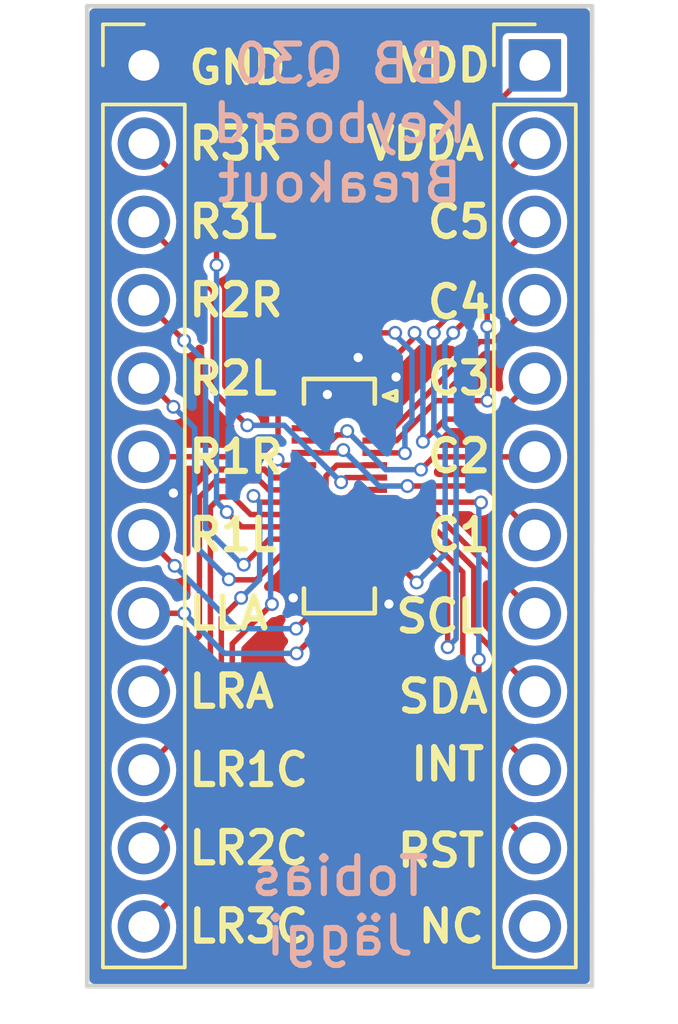
<source format=kicad_pcb>
(kicad_pcb (version 20240108) (generator "pcbnew") (generator_version "8.0")
  (layers (0 "F.Cu" signal) (31 "B.Cu" signal) (34 "B.Paste" user) (35 "F.Paste" user) (36 "B.SilkS" user "B.Silkscreen") (37 "F.SilkS" user "F.Silkscreen") (38 "B.Mask" user) (39 "F.Mask" user) (44 "Edge.Cuts" user))
  (net 0 "")
  (net 1 "VDD")
  (net 2 "GND")
  (net 3 "/COL5")
  (net 4 "/COL4")
  (net 5 "/COL3")
  (net 6 "/COL2")
  (net 7 "/COL1")
  (net 8 "/LED_ROW3C")
  (net 9 "VDDA")
  (net 10 "/LED_RA")
  (net 11 "/ROW1_L")
  (net 12 "/RST")
  (net 13 "/INT")
  (net 14 "/LED_ROW1C")
  (net 15 "/ROW3_L")
  (net 16 "/ROW2_L")
  (net 17 "/ROW3_R")
  (net 18 "/LED_ROW2C")
  (net 19 "/SCL")
  (net 20 "/LED_LA")
  (net 21 "/SDA")
  (net 22 "/ROW2_R")
  (net 23 "/ROW1_R")
  (footprint "Connectors_Hirose_extra:BM14B(0.8)-24DS-0.4V(53)" (layer "F.Cu") (at 173.99 41.895 -90)
    (property "Reference" "U1" (hide yes))
    (property "Value" "BBQ30KBD")
    (fp_line (start -3.8 1.15) (end -3.8 -1.15) (stroke (width 0.15)) (layer "F.SilkS"))
    (fp_line (start -3 1.15) (end -3.8 1.15) (stroke (width 0.15)) (layer "F.SilkS"))
    (fp_line (start 3.8 1.15) (end 3 1.15) (stroke (width 0.15)) (layer "F.SilkS"))
    (fp_line (start -3.8 -1.15) (end -3 -1.15) (stroke (width 0.15)) (layer "F.SilkS"))
    (fp_line (start 3 -1.15) (end 3.8 -1.15) (stroke (width 0.15)) (layer "F.SilkS"))
    (fp_line (start 3.8 -1.15) (end 3.8 1.15) (stroke (width 0.15)) (layer "F.SilkS"))
    (fp_line (start -3.25 -1.45) (end -3.4 -1.85) (stroke (width 0.15)) (layer "F.SilkS"))
    (fp_line (start -3.4 -1.85) (end -3.1 -1.85) (stroke (width 0.15)) (layer "F.SilkS"))
    (fp_line (start -3.1 -1.85) (end -3.25 -1.45) (stroke (width 0.15)) (layer "F.SilkS"))
    (pad "1" smd rect (at -2.7 -1.15 270) (size 0.4 0.8) (layers "F.Cu" "F.Paste" "F.Mask") (net 2 "GND"))
    (pad "2" smd rect (at -2.2 -1.15 270) (size 0.2 0.8) (layers "F.Cu" "F.Paste" "F.Mask") (net 4 "/COL4"))
    (pad "3" smd rect (at -1.8 -1.15 270) (size 0.2 0.8) (layers "F.Cu" "F.Paste" "F.Mask") (net 3 "/COL5"))
    (pad "4" smd rect (at -1.4 -1.15 270) (size 0.2 0.8) (layers "F.Cu" "F.Paste" "F.Mask") (net 23 "/ROW1_R"))
    (pad "5" smd rect (at -1 -1.15 270) (size 0.2 0.8) (layers "F.Cu" "F.Paste" "F.Mask") (net 11 "/ROW1_L"))
    (pad "6" smd rect (at -0.6 -1.15 270) (size 0.2 0.8) (layers "F.Cu" "F.Paste" "F.Mask") (net 15 "/ROW3_L"))
    (pad "7" smd rect (at -0.2 -1.15 270) (size 0.2 0.8) (layers "F.Cu" "F.Paste" "F.Mask") (net 20 "/LED_LA"))
    (pad "8" smd rect (at 0.2 -1.15 270) (size 0.2 0.8) (layers "F.Cu" "F.Paste" "F.Mask") (net 13 "/INT"))
    (pad "9" smd rect (at 0.6 -1.15 270) (size 0.2 0.8) (layers "F.Cu" "F.Paste" "F.Mask") (net 19 "/SCL"))
    (pad "10" smd rect (at 1 -1.15 270) (size 0.2 0.8) (layers "F.Cu" "F.Paste" "F.Mask") (net 21 "/SDA"))
    (pad "11" smd rect (at 1.4 -1.15 270) (size 0.2 0.8) (layers "F.Cu" "F.Paste" "F.Mask") (net 12 "/RST"))
    (pad "12" smd rect (at 1.8 -1.15 270) (size 0.2 0.8) (layers "F.Cu" "F.Paste" "F.Mask") (net 9 "VDDA"))
    (pad "13" smd rect (at 2.2 -1.15 270) (size 0.2 0.8) (layers "F.Cu" "F.Paste" "F.Mask") (net 1 "VDD"))
    (pad "14" smd rect (at 2.7 -1.15 270) (size 0.4 0.8) (layers "F.Cu" "F.Paste" "F.Mask") (net 2 "GND"))
    (pad "15" smd rect (at 2.7 1.15 270) (size 0.4 0.8) (layers "F.Cu" "F.Paste" "F.Mask") (net 2 "GND"))
    (pad "16" smd rect (at 2.2 1.15 270) (size 0.2 0.8) (layers "F.Cu" "F.Paste" "F.Mask") (net 2 "GND"))
    (pad "17" smd rect (at 1.8 1.15 270) (size 0.2 0.8) (layers "F.Cu" "F.Paste" "F.Mask") (net 16 "/ROW2_L"))
    (pad "18" smd rect (at 1.4 1.15 270) (size 0.2 0.8) (layers "F.Cu" "F.Paste" "F.Mask") (net 22 "/ROW2_R"))
    (pad "19" smd rect (at 1 1.15 270) (size 0.2 0.8) (layers "F.Cu" "F.Paste" "F.Mask") (net 17 "/ROW3_R"))
    (pad "20" smd rect (at 0.6 1.15 270) (size 0.2 0.8) (layers "F.Cu" "F.Paste" "F.Mask") (net 14 "/LED_ROW1C"))
    (pad "21" smd rect (at 0.2 1.15 270) (size 0.2 0.8) (layers "F.Cu" "F.Paste" "F.Mask") (net 18 "/LED_ROW2C"))
    (pad "22" smd rect (at -0.2 1.15 270) (size 0.2 0.8) (layers "F.Cu" "F.Paste" "F.Mask") (net 10 "/LED_RA"))
    (pad "23" smd rect (at -0.6 1.15 270) (size 0.2 0.8) (layers "F.Cu" "F.Paste" "F.Mask") (net 2 "GND"))
    (pad "24" smd rect (at -1 1.15 270) (size 0.2 0.8) (layers "F.Cu" "F.Paste" "F.Mask") (net 8 "/LED_ROW3C"))
    (pad "25" smd rect (at -1.4 1.15 270) (size 0.2 0.8) (layers "F.Cu" "F.Paste" "F.Mask") (net 7 "/COL1"))
    (pad "26" smd rect (at -1.8 1.15 270) (size 0.2 0.8) (layers "F.Cu" "F.Paste" "F.Mask") (net 6 "/COL2"))
    (pad "27" smd rect (at -2.2 1.15 270) (size 0.2 0.8) (layers "F.Cu" "F.Paste" "F.Mask") (net 5 "/COL3"))
    (pad "28" smd rect (at -2.7 1.15 270) (size 0.4 0.8) (layers "F.Cu" "F.Paste" "F.Mask") (net 2 "GND"))
  )
  (footprint "Connector_PinHeader_2.54mm:PinHeader_1x12_P2.54mm_Vertical" (layer "F.Cu") (at 180.34 27.92)
    (property "Reference" "J3" (hide yes))
    (property "Value" "Conn_01x12")
    (fp_line (start -1.33 -1.33) (end 0 -1.33) (stroke (width 0.12)) (layer "F.SilkS"))
    (fp_line (start -1.33 0) (end -1.33 -1.33) (stroke (width 0.12)) (layer "F.SilkS"))
    (fp_line (start -1.33 1.27) (end -1.33 29.27) (stroke (width 0.12)) (layer "F.SilkS"))
    (fp_line (start -1.33 1.27) (end 1.33 1.27) (stroke (width 0.12)) (layer "F.SilkS"))
    (fp_line (start -1.33 29.27) (end 1.33 29.27) (stroke (width 0.12)) (layer "F.SilkS"))
    (fp_line (start 1.33 1.27) (end 1.33 29.27) (stroke (width 0.12)) (layer "F.SilkS"))
    (pad "1" thru_hole rect (at 0 0) (size 1.7 1.7) (drill 1) (layers "*.Cu" "*.Mask") (net 1 "VDD"))
    (pad "2" thru_hole oval (at 0 2.54) (size 1.7 1.7) (drill 1) (layers "*.Cu" "*.Mask") (net 9 "VDDA"))
    (pad "3" thru_hole oval (at 0 5.08) (size 1.7 1.7) (drill 1) (layers "*.Cu" "*.Mask") (net 3 "/COL5"))
    (pad "4" thru_hole oval (at 0 7.62) (size 1.7 1.7) (drill 1) (layers "*.Cu" "*.Mask") (net 4 "/COL4"))
    (pad "5" thru_hole oval (at 0 10.16) (size 1.7 1.7) (drill 1) (layers "*.Cu" "*.Mask") (net 5 "/COL3"))
    (pad "6" thru_hole oval (at 0 12.7) (size 1.7 1.7) (drill 1) (layers "*.Cu" "*.Mask") (net 6 "/COL2"))
    (pad "7" thru_hole oval (at 0 15.24) (size 1.7 1.7) (drill 1) (layers "*.Cu" "*.Mask") (net 7 "/COL1"))
    (pad "8" thru_hole oval (at 0 17.78) (size 1.7 1.7) (drill 1) (layers "*.Cu" "*.Mask") (net 19 "/SCL"))
    (pad "9" thru_hole oval (at 0 20.32) (size 1.7 1.7) (drill 1) (layers "*.Cu" "*.Mask") (net 21 "/SDA"))
    (pad "10" thru_hole oval (at 0 22.86) (size 1.7 1.7) (drill 1) (layers "*.Cu" "*.Mask") (net 13 "/INT"))
    (pad "11" thru_hole oval (at 0 25.4) (size 1.7 1.7) (drill 1) (layers "*.Cu" "*.Mask") (net 12 "/RST"))
    (pad "12" thru_hole oval (at 0 27.94) (size 1.7 1.7) (drill 1) (layers "*.Cu" "*.Mask"))
  )
  (footprint "Connector_PinHeader_2.54mm:PinHeader_1x12_P2.54mm_Vertical" (layer "F.Cu") (at 167.64 27.92)
    (property "Reference" "J1" (hide yes))
    (property "Value" "Conn_01x12")
    (fp_line (start -1.33 -1.33) (end 0 -1.33) (stroke (width 0.12)) (layer "F.SilkS"))
    (fp_line (start -1.33 0) (end -1.33 -1.33) (stroke (width 0.12)) (layer "F.SilkS"))
    (fp_line (start -1.33 1.27) (end -1.33 29.27) (stroke (width 0.12)) (layer "F.SilkS"))
    (fp_line (start -1.33 1.27) (end 1.33 1.27) (stroke (width 0.12)) (layer "F.SilkS"))
    (fp_line (start -1.33 29.27) (end 1.33 29.27) (stroke (width 0.12)) (layer "F.SilkS"))
    (fp_line (start 1.33 1.27) (end 1.33 29.27) (stroke (width 0.12)) (layer "F.SilkS"))
    (pad "1" thru_hole rect (at 0 0) (size 1.7 1.7) (drill 1) (layers "*.Cu" "*.Mask") (net 2 "GND"))
    (pad "2" thru_hole oval (at 0 2.54) (size 1.7 1.7) (drill 1) (layers "*.Cu" "*.Mask") (net 17 "/ROW3_R"))
    (pad "3" thru_hole oval (at 0 5.08) (size 1.7 1.7) (drill 1) (layers "*.Cu" "*.Mask") (net 15 "/ROW3_L"))
    (pad "4" thru_hole oval (at 0 7.62) (size 1.7 1.7) (drill 1) (layers "*.Cu" "*.Mask") (net 22 "/ROW2_R"))
    (pad "5" thru_hole oval (at 0 10.16) (size 1.7 1.7) (drill 1) (layers "*.Cu" "*.Mask") (net 16 "/ROW2_L"))
    (pad "6" thru_hole oval (at 0 12.7) (size 1.7 1.7) (drill 1) (layers "*.Cu" "*.Mask") (net 23 "/ROW1_R"))
    (pad "7" thru_hole oval (at 0 15.24) (size 1.7 1.7) (drill 1) (layers "*.Cu" "*.Mask") (net 11 "/ROW1_L"))
    (pad "8" thru_hole oval (at 0 17.78) (size 1.7 1.7) (drill 1) (layers "*.Cu" "*.Mask") (net 20 "/LED_LA"))
    (pad "9" thru_hole oval (at 0 20.32) (size 1.7 1.7) (drill 1) (layers "*.Cu" "*.Mask") (net 10 "/LED_RA"))
    (pad "10" thru_hole oval (at 0 22.86) (size 1.7 1.7) (drill 1) (layers "*.Cu" "*.Mask") (net 14 "/LED_ROW1C"))
    (pad "11" thru_hole oval (at 0 25.4) (size 1.7 1.7) (drill 1) (layers "*.Cu" "*.Mask") (net 18 "/LED_ROW2C"))
    (pad "12" thru_hole oval (at 0 27.94) (size 1.7 1.7) (drill 1) (layers "*.Cu" "*.Mask") (net 8 "/LED_ROW3C"))
  )
  (gr_line (start 182.2 26) (end 182.1975 57.8) (stroke (width 0.15)) (layer "Edge.Cuts"))
  (gr_line (start 182.1975 57.8) (end 165.8 57.8) (stroke (width 0.15)) (layer "Edge.Cuts"))
  (gr_line (start 165.8 26) (end 182.2 26) (stroke (width 0.15)) (layer "Edge.Cuts"))
  (gr_line (start 165.8 57.8) (end 165.8 26) (stroke (width 0.15)) (layer "Edge.Cuts"))
  (gr_text "Tobias\nJäggi" (at 174 55.2 0) (layer "B.SilkS") (effects (font (size 1.2 1.2) (thickness 0.2) (bold yes)) (justify mirror)))
  (gr_text "BB Q30\nKeyboard\nBreakout\n" (at 174 29.8 0) (layer "B.SilkS") (effects (font (size 1.2 1.2) (thickness 0.2) (bold yes)) (justify mirror)))
  (gr_text "R3R" (at 169 30.46 0) (layer "F.SilkS") (effects (font (size 1.016 1.016) (thickness 0.2032)) (justify left)))
  (gr_text "GND" (at 169 28 0) (layer "F.SilkS") (effects (font (size 1.016 1.016) (thickness 0.2032)) (justify left)))
  (gr_text "LR3C" (at 169 55.86 0) (layer "F.SilkS") (effects (font (size 1.016 1.016) (thickness 0.2032)) (justify left)))
  (gr_text "LLA" (at 169 45.7 0) (layer "F.SilkS") (effects (font (size 1.016 1.016) (thickness 0.2032)) (justify left)))
  (gr_text "SDA" (at 175.8 48.4 0) (layer "F.SilkS") (effects (font (size 1.016 1.016) (thickness 0.2032)) (justify left)))
  (gr_text "INT" (at 178.8 50.6 0) (layer "F.SilkS") (effects (font (size 1.016 1.016) (thickness 0.2032)) (justify right)))
  (gr_text "SCL" (at 178.8 45.8 0) (layer "F.SilkS") (effects (font (size 1.016 1.016) (thickness 0.2032)) (justify right)))
  (gr_text "R3L" (at 169 33 0) (layer "F.SilkS") (effects (font (size 1.016 1.016) (thickness 0.2032)) (justify left)))
  (gr_text "R1L" (at 169 43.16 0) (layer "F.SilkS") (effects (font (size 1.016 1.016) (thickness 0.2032)) (justify left)))
  (gr_text "LR2C" (at 169 53.32 0) (layer "F.SilkS") (effects (font (size 1.016 1.016) (thickness 0.2032)) (justify left)))
  (gr_text "R2L" (at 169 38.08 0) (layer "F.SilkS") (effects (font (size 1.016 1.016) (thickness 0.2032)) (justify left)))
  (gr_text "C3" (at 179 38.08 0) (layer "F.SilkS") (effects (font (size 1.016 1.016) (thickness 0.2032)) (justify right)))
  (gr_text "C4" (at 179 35.6 0) (layer "F.SilkS") (effects (font (size 1.016 1.016) (thickness 0.2032)) (justify right)))
  (gr_text "C1" (at 179 43.16 0) (layer "F.SilkS") (effects (font (size 1.016 1.016) (thickness 0.2032)) (justify right)))
  (gr_text "VDDA" (at 178.8 30.46 0) (layer "F.SilkS") (effects (font (size 1.016 1.016) (thickness 0.2032)) (justify right)))
  (gr_text "LR1C" (at 169 50.78 0) (layer "F.SilkS") (effects (font (size 1.016 1.016) (thickness 0.2032)) (justify left)))
  (gr_text "R1R" (at 169 40.62 0) (layer "F.SilkS") (effects (font (size 1.016 1.016) (thickness 0.2032)) (justify left)))
  (gr_text "R2R" (at 169 35.54 0) (layer "F.SilkS") (effects (font (size 1.016 1.016) (thickness 0.2032)) (justify left)))
  (gr_text "C2" (at 179 40.6 0) (layer "F.SilkS") (effects (font (size 1.016 1.016) (thickness 0.2032)) (justify right)))
  (gr_text "NC" (at 178.8 55.86 0) (layer "F.SilkS") (effects (font (size 1.016 1.016) (thickness 0.2032)) (justify right)))
  (gr_text "LRA" (at 169 48.24 0) (layer "F.SilkS") (effects (font (size 1.016 1.016) (thickness 0.2032)) (justify left)))
  (gr_text "VDD" (at 179 27.92 0) (layer "F.SilkS") (effects (font (size 1.016 1.016) (thickness 0.2032)) (justify right)))
  (gr_text "C5" (at 179 33 0) (layer "F.SilkS") (effects (font (size 1.016 1.016) (thickness 0.2032)) (justify right)))
  (gr_text "RST" (at 178.8 53.4 0) (layer "F.SilkS") (effects (font (size 1.016 1.016) (thickness 0.2032)) (justify right)))
  (segment (start 177.059054 36.532434) (end 178.081115 35.510373) (width 0.1778) (layer "F.Cu") (net 1))
  (segment (start 175.895 44.095) (end 175.14 44.095) (width 0.1778) (layer "F.Cu") (net 1))
  (segment (start 178.081115 30.178885) (end 180.34 27.92) (width 0.1778) (layer "F.Cu") (net 1))
  (segment (start 176.5 44.7) (end 175.895 44.095) (width 0.1778) (layer "F.Cu") (net 1))
  (segment (start 178.081115 35.510373) (end 178.081115 30.178885) (width 0.1778) (layer "F.Cu") (net 1))
  (segment (start 177.059054 36.6) (end 177.059054 36.532434) (width 0.1778) (layer "F.Cu") (net 1))
  (via (at 176.5 44.7) (size 0.45) (drill 0.3) (layers "F.Cu" "B.Cu") (net 1))
  (via (at 177.059054 36.6) (size 0.45) (drill 0.3) (layers "F.Cu" "B.Cu") (net 1))
  (segment (start 177.059054 39.792759) (end 177.059054 36.6) (width 0.1778) (layer "B.Cu") (net 1))
  (segment (start 177.426472 43.773528) (end 177.426472 40.160177) (width 0.1778) (layer "B.Cu") (net 1))
  (segment (start 176.5 44.7) (end 177.426472 43.773528) (width 0.1778) (layer "B.Cu") (net 1))
  (segment (start 177.426472 40.160177) (end 177.059054 39.792759) (width 0.1778) (layer "B.Cu") (net 1))
  (segment (start 171.555561 41.0333) (end 169.3667 41.0333) (width 0.2) (layer "F.Cu") (net 2))
  (segment (start 171.817261 41.295) (end 171.555561 41.0333) (width 0.2) (layer "F.Cu") (net 2))
  (segment (start 172.84 41.295) (end 171.817261 41.295) (width 0.2) (layer "F.Cu") (net 2))
  (segment (start 172.84 44.095) (end 172.84 44.595) (width 0.2) (layer "F.Cu") (net 2))
  (segment (start 169.3667 41.0333) (end 168.6 41.8) (width 0.2) (layer "F.Cu") (net 2))
  (via (at 174.6 37.4) (size 0.45) (drill 0.3) (layers "F.Cu" "B.Cu") (net 2))
  (via (at 168.6 41.8) (size 0.45) (drill 0.3) (layers "F.Cu" "B.Cu") (net 2))
  (via (at 172.4917 45.2) (size 0.45) (drill 0.3) (layers "F.Cu" "B.Cu") (net 2))
  (via (at 173.6 38.6) (size 0.45) (drill 0.3) (layers "F.Cu" "B.Cu") (net 2))
  (via (at 175.831885 38.031885) (size 0.45) (drill 0.3) (layers "F.Cu" "B.Cu") (net 2))
  (via (at 175.6 45.4) (size 0.45) (drill 0.3) (layers "F.Cu" "B.Cu") (net 2))
  (segment (start 177.142894 38.8) (end 175.847894 40.095) (width 0.1778) (layer "F.Cu") (net 3))
  (segment (start 178.8 38.8) (end 177.142894 38.8) (width 0.1778) (layer "F.Cu") (net 3))
  (segment (start 178.792315 34.547685) (end 180.34 33) (width 0.1778) (layer "F.Cu") (net 3))
  (segment (start 178.792315 36.392315) (end 178.792315 34.547685) (width 0.1778) (layer "F.Cu") (net 3))
  (segment (start 175.847894 40.095) (end 175.14 40.095) (width 0.1778) (layer "F.Cu") (net 3))
  (via (at 178.8 38.8) (size 0.45) (drill 0.3) (layers "F.Cu" "B.Cu") (net 3))
  (via (at 178.792315 36.392315) (size 0.45) (drill 0.3) (layers "F.Cu" "B.Cu") (net 3))
  (segment (start 178.8 38.8) (end 178.792315 38.792315) (width 0.1778) (layer "B.Cu") (net 3))
  (segment (start 178.792315 38.792315) (end 178.792315 36.392315) (width 0.1778) (layer "B.Cu") (net 3))
  (segment (start 175.745 39.695) (end 175.14 39.695) (width 0.1778) (layer "F.Cu") (net 4))
  (segment (start 180.34 35.54) (end 179.9 35.54) (width 0.1778) (layer "F.Cu") (net 4))
  (segment (start 178.995984 36.884015) (end 178.555985 36.884015) (width 0.1778) (layer "F.Cu") (net 4))
  (segment (start 179.9 35.54) (end 179.9 35.979999) (width 0.1778) (layer "F.Cu") (net 4))
  (segment (start 178.555985 36.884015) (end 175.745 39.695) (width 0.1778) (layer "F.Cu") (net 4))
  (segment (start 179.9 35.979999) (end 178.995984 36.884015) (width 0.1778) (layer "F.Cu") (net 4))
  (segment (start 173.4734 39.695) (end 172.84 39.695) (width 0.1778) (layer "F.Cu") (net 5))
  (segment (start 176.431251 36.737149) (end 173.4734 39.695) (width 0.1778) (layer "F.Cu") (net 5))
  (segment (start 176.703454 40.132528) (end 177.435982 39.4) (width 0.1778) (layer "F.Cu") (net 5))
  (segment (start 179.02 39.4) (end 180.34 38.08) (width 0.1778) (layer "F.Cu") (net 5))
  (segment (start 176.431251 36.6) (end 176.431251 36.737149) (width 0.1778) (layer "F.Cu") (net 5))
  (segment (start 177.435982 39.4) (end 179.02 39.4) (width 0.1778) (layer "F.Cu") (net 5))
  (via (at 176.431251 36.6) (size 0.45) (drill 0.3) (layers "F.Cu" "B.Cu") (net 5))
  (via (at 176.703454 40.132528) (size 0.45) (drill 0.3) (layers "F.Cu" "B.Cu") (net 5))
  (segment (start 176.431251 36.667566) (end 176.431251 36.6) (width 0.1778) (layer "B.Cu") (net 5))
  (segment (start 176.703454 36.939769) (end 176.431251 36.667566) (width 0.1778) (layer "B.Cu") (net 5))
  (segment (start 176.703454 40.132528) (end 176.703454 36.939769) (width 0.1778) (layer "B.Cu") (net 5))
  (segment (start 176.6392 41.0392) (end 177.055627 40.622773) (width 0.1778) (layer "F.Cu") (net 6))
  (segment (start 180.337227 40.622773) (end 180.34 40.62) (width 0.1778) (layer "F.Cu") (net 6))
  (segment (start 173.912918 39.9116) (end 173.729518 40.095) (width 0.1778) (layer "F.Cu") (net 6))
  (segment (start 177.055627 40.622773) (end 180.337227 40.622773) (width 0.1778) (layer "F.Cu") (net 6))
  (segment (start 174.120651 39.9116) (end 173.912918 39.9116) (width 0.1778) (layer "F.Cu") (net 6))
  (segment (start 173.729518 40.095) (end 172.84 40.095) (width 0.1778) (layer "F.Cu") (net 6))
  (segment (start 174.243742 39.788509) (end 174.120651 39.9116) (width 0.1778) (layer "F.Cu") (net 6))
  (via (at 176.6392 41.0392) (size 0.45) (drill 0.3) (layers "F.Cu" "B.Cu") (net 6))
  (via (at 174.243742 39.788509) (size 0.45) (drill 0.3) (layers "F.Cu" "B.Cu") (net 6))
  (segment (start 175.494433 41.0392) (end 174.243742 39.788509) (width 0.1778) (layer "B.Cu") (net 6))
  (segment (start 176.6392 41.0392) (end 175.494433 41.0392) (width 0.1778) (layer "B.Cu") (net 6))
  (segment (start 174.024887 40.495) (end 172.84 40.495) (width 0.1778) (layer "F.Cu") (net 7))
  (segment (start 178.7501 41.5701) (end 180.34 43.16) (width 0.1778) (layer "F.Cu") (net 7))
  (segment (start 174.116587 40.4033) (end 174.024887 40.495) (width 0.1778) (layer "F.Cu") (net 7))
  (segment (start 176.2 41.5701) (end 178.7501 41.5701) (width 0.1778) (layer "F.Cu") (net 7))
  (via (at 174.116587 40.4033) (size 0.45) (drill 0.3) (layers "F.Cu" "B.Cu") (net 7))
  (via (at 176.2 41.5701) (size 0.45) (drill 0.3) (layers "F.Cu" "B.Cu") (net 7))
  (segment (start 176.2 41.5701) (end 175.283387 41.5701) (width 0.1778) (layer "B.Cu") (net 7))
  (segment (start 175.283387 41.5701) (end 174.116587 40.4033) (width 0.1778) (layer "B.Cu") (net 7))
  (segment (start 170.5112 46.6888) (end 170.5112 52.9888) (width 0.1778) (layer "F.Cu") (net 8))
  (segment (start 171.8 45.4) (end 170.5112 46.6888) (width 0.1778) (layer "F.Cu") (net 8))
  (segment (start 170.5112 52.9888) (end 167.64 55.86) (width 0.1778) (layer "F.Cu") (net 8))
  (segment (start 172.169532 40.895) (end 172.84 40.895) (width 0.1778) (layer "F.Cu") (net 8))
  (segment (start 171.984951 40.710419) (end 172.169532 40.895) (width 0.1778) (layer "F.Cu") (net 8))
  (via (at 171.8 45.4) (size 0.45) (drill 0.3) (layers "F.Cu" "B.Cu") (net 8))
  (via (at 171.984951 40.710419) (size 0.45) (drill 0.3) (layers "F.Cu" "B.Cu") (net 8))
  (segment (start 171.7556 40.93977) (end 171.984951 40.710419) (width 0.1778) (layer "B.Cu") (net 8))
  (segment (start 171.7556 45.3556) (end 171.7556 40.93977) (width 0.1778) (layer "B.Cu") (net 8))
  (segment (start 171.8 45.4) (end 171.7556 45.3556) (width 0.1778) (layer "B.Cu") (net 8))
  (segment (start 178.436715 35.850142) (end 178.436715 32.363285) (width 0.1778) (layer "F.Cu") (net 9))
  (segment (start 176.826318 43.695) (end 175.14 43.695) (width 0.1778) (layer "F.Cu") (net 9))
  (segment (start 178.436715 32.363285) (end 180.34 30.46) (width 0.1778) (layer "F.Cu") (net 9))
  (segment (start 177.5083 44.376982) (end 176.826318 43.695) (width 0.1778) (layer "F.Cu") (net 9))
  (segment (start 177.5083 46.8) (end 177.5083 44.376982) (width 0.1778) (layer "F.Cu") (net 9))
  (segment (start 177.686857 36.6) (end 178.436715 35.850142) (width 0.1778) (layer "F.Cu") (net 9))
  (via (at 177.5083 46.8) (size 0.45) (drill 0.3) (layers "F.Cu" "B.Cu") (net 9))
  (via (at 177.686857 36.6) (size 0.45) (drill 0.3) (layers "F.Cu" "B.Cu") (net 9))
  (segment (start 177.5083 46.8) (end 177.782072 46.526228) (width 0.1778) (layer "B.Cu") (net 9))
  (segment (start 177.414654 36.939769) (end 177.686857 36.667566) (width 0.1778) (layer "B.Cu") (net 9))
  (segment (start 177.414654 39.645465) (end 177.414654 36.939769) (width 0.1778) (layer "B.Cu") (net 9))
  (segment (start 177.782072 40.012883) (end 177.414654 39.645465) (width 0.1778) (layer "B.Cu") (net 9))
  (segment (start 177.686857 36.667566) (end 177.686857 36.6) (width 0.1778) (layer "B.Cu") (net 9))
  (segment (start 177.782072 46.526228) (end 177.782072 40.012883) (width 0.1778) (layer "B.Cu") (net 9))
  (segment (start 169.4444 41.931757) (end 169.976157 41.4) (width 0.1778) (layer "F.Cu") (net 10))
  (segment (start 167.64 48.24) (end 169.4444 46.4356) (width 0.1778) (layer "F.Cu") (net 10))
  (segment (start 171.403669 41.4) (end 171.6917 41.688031) (width 0.1778) (layer "F.Cu") (net 10))
  (segment (start 171.6917 41.695) (end 172.84 41.695) (width 0.1778) (layer "F.Cu") (net 10))
  (segment (start 169.976157 41.4) (end 171.403669 41.4) (width 0.1778) (layer "F.Cu") (net 10))
  (segment (start 171.6917 41.688031) (end 171.6917 41.695) (width 0.1778) (layer "F.Cu") (net 10))
  (segment (start 169.4444 46.4356) (end 169.4444 41.931757) (width 0.1778) (layer "F.Cu") (net 10))
  (segment (start 173.555985 45.229238) (end 173.555985 41.244015) (width 0.1778) (layer "F.Cu") (net 11))
  (segment (start 173.555985 41.244015) (end 173.905 40.895) (width 0.1778) (layer "F.Cu") (net 11))
  (segment (start 173.905 40.895) (end 175.14 40.895) (width 0.1778) (layer "F.Cu") (net 11))
  (segment (start 168.64 44.16) (end 167.64 43.16) (width 0.1778) (layer "F.Cu") (net 11))
  (segment (start 172.585223 46.2) (end 173.555985 45.229238) (width 0.1778) (layer "F.Cu") (net 11))
  (via (at 172.585223 46.2) (size 0.45) (drill 0.3) (layers "F.Cu" "B.Cu") (net 11))
  (via (at 168.64 44.16) (size 0.45) (drill 0.3) (layers "F.Cu" "B.Cu") (net 11))
  (segment (start 168.64 44.16) (end 170.68 46.2) (width 0.1778) (layer "B.Cu") (net 11))
  (segment (start 170.68 46.2) (end 172.585223 46.2) (width 0.1778) (layer "B.Cu") (net 11))
  (segment (start 180.34 53.32) (end 178 50.98) (width 0.1778) (layer "F.Cu") (net 12))
  (segment (start 178 44.365788) (end 176.929212 43.295) (width 0.1778) (layer "F.Cu") (net 12))
  (segment (start 176.929212 43.295) (end 175.14 43.295) (width 0.1778) (layer "F.Cu") (net 12))
  (segment (start 178 50.98) (end 178 44.365788) (width 0.1778) (layer "F.Cu") (net 12))
  (segment (start 178.589815 42.105185) (end 178.57963 42.095) (width 0.1778) (layer "F.Cu") (net 13))
  (segment (start 178.520233 48.960233) (end 180.34 50.78) (width 0.1778) (layer "F.Cu") (net 13))
  (segment (start 178.520233 47.2) (end 178.520233 48.960233) (width 0.1778) (layer "F.Cu") (net 13))
  (segment (start 178.57963 42.095) (end 175.14 42.095) (width 0.1778) (layer "F.Cu") (net 13))
  (via (at 178.589815 42.105185) (size 0.45) (drill 0.3) (layers "F.Cu" "B.Cu") (net 13))
  (via (at 178.520233 47.2) (size 0.45) (drill 0.3) (layers "F.Cu" "B.Cu") (net 13))
  (segment (start 178.589815 42.105185) (end 178.520233 42.174767) (width 0.1778) (layer "B.Cu") (net 13))
  (segment (start 178.520233 42.174767) (end 178.520233 47.2) (width 0.1778) (layer "B.Cu") (net 13))
  (segment (start 167.64 50.78) (end 169.8 48.62) (width 0.1778) (layer "F.Cu") (net 14))
  (segment (start 170.826785 42.213854) (end 171.107931 42.495) (width 0.1778) (layer "F.Cu") (net 14))
  (segment (start 170.131415 41.923794) (end 170.538754 41.923794) (width 0.1778) (layer "F.Cu") (net 14))
  (segment (start 169.8 42.255209) (end 170.131415 41.923794) (width 0.1778) (layer "F.Cu") (net 14))
  (segment (start 170.538754 41.923794) (end 170.826785 42.211825) (width 0.1778) (layer "F.Cu") (net 14))
  (segment (start 170.826785 42.211825) (end 170.826785 42.213854) (width 0.1778) (layer "F.Cu") (net 14))
  (segment (start 169.8 48.62) (end 169.8 42.255209) (width 0.1778) (layer "F.Cu") (net 14))
  (segment (start 171.107931 42.495) (end 172.84 42.495) (width 0.1778) (layer "F.Cu") (net 14))
  (segment (start 171 39.6) (end 169.8917 38.4917) (width 0.1778) (layer "F.Cu") (net 15))
  (segment (start 174.20037 41.295) (end 175.14 41.295) (width 0.1778) (layer "F.Cu") (net 15))
  (segment (start 169.8917 35.2517) (end 167.64 33) (width 0.1778) (layer "F.Cu") (net 15))
  (segment (start 174.047685 41.447685) (end 174.20037 41.295) (width 0.1778) (layer "F.Cu") (net 15))
  (segment (start 169.8917 38.4917) (end 169.8917 35.2517) (width 0.1778) (layer "F.Cu") (net 15))
  (via (at 171 39.6) (size 0.45) (drill 0.3) (layers "F.Cu" "B.Cu") (net 15))
  (via (at 174.047685 41.447685) (size 0.45) (drill 0.3) (layers "F.Cu" "B.Cu") (net 15))
  (segment (start 171 39.6) (end 172.2 39.6) (width 0.1778) (layer "B.Cu") (net 15))
  (segment (start 172.2 39.6) (end 174.047685 41.447685) (width 0.1778) (layer "B.Cu") (net 15))
  (segment (start 170.413466 44.613466) (end 171.291165 44.613466) (width 0.1778) (layer "F.Cu") (net 16))
  (segment (start 167.68 38.08) (end 167.64 38.08) (width 0.1778) (layer "F.Cu") (net 16))
  (segment (start 170.4 44.6) (end 170.413466 44.613466) (width 0.1778) (layer "F.Cu") (net 16))
  (segment (start 168.6 39) (end 167.68 38.08) (width 0.1778) (layer "F.Cu") (net 16))
  (segment (start 172.209631 43.695) (end 172.84 43.695) (width 0.1778) (layer "F.Cu") (net 16))
  (segment (start 171.291165 44.613466) (end 172.209631 43.695) (width 0.1778) (layer "F.Cu") (net 16))
  (via (at 170.4 44.6) (size 0.45) (drill 0.3) (layers "F.Cu" "B.Cu") (net 16))
  (via (at 168.6 39) (size 0.45) (drill 0.3) (layers "F.Cu" "B.Cu") (net 16))
  (segment (start 169.2888 43.4888) (end 169.2888 39.6888) (width 0.1778) (layer "B.Cu") (net 16))
  (segment (start 169.2888 39.6888) (end 168.6 39) (width 0.1778) (layer "B.Cu") (net 16))
  (segment (start 170.4 44.6) (end 169.2888 43.4888) (width 0.1778) (layer "B.Cu") (net 16))
  (segment (start 170.335085 42.415494) (end 170.814591 42.895) (width 0.1778) (layer "F.Cu") (net 17))
  (segment (start 170 32.82) (end 170 34.4) (width 0.1778) (layer "F.Cu") (net 17))
  (segment (start 167.64 30.46) (end 170 32.82) (width 0.1778) (layer "F.Cu") (net 17))
  (segment (start 170.814591 42.895) (end 172.84 42.895) (width 0.1778) (layer "F.Cu") (net 17))
  (via (at 170.335085 42.415494) (size 0.45) (drill 0.3) (layers "F.Cu" "B.Cu") (net 17))
  (via (at 170 34.4) (size 0.45) (drill 0.3) (layers "F.Cu" "B.Cu") (net 17))
  (segment (start 170 42.080409) (end 170 34.4) (width 0.1778) (layer "B.Cu") (net 17))
  (segment (start 170.335085 42.415494) (end 170 42.080409) (width 0.1778) (layer "B.Cu") (net 17))
  (segment (start 171.2 41.8917) (end 171.4033 42.095) (width 0.1778) (layer "F.Cu") (net 18))
  (segment (start 170.1556 45.8444) (end 170.1556 50.8044) (width 0.1778) (layer "F.Cu") (net 18))
  (segment (start 171.4033 42.095) (end 172.84 42.095) (width 0.1778) (layer "F.Cu") (net 18))
  (segment (start 170.1556 50.8044) (end 167.64 53.32) (width 0.1778) (layer "F.Cu") (net 18))
  (segment (start 170.8 45.2) (end 170.1556 45.8444) (width 0.1778) (layer "F.Cu") (net 18))
  (via (at 170.8 45.2) (size 0.45) (drill 0.3) (layers "F.Cu" "B.Cu") (net 18))
  (via (at 171.2 41.8917) (size 0.45) (drill 0.3) (layers "F.Cu" "B.Cu") (net 18))
  (segment (start 171.4 44.6) (end 171.4 42.0917) (width 0.1778) (layer "B.Cu") (net 18))
  (segment (start 171.4 42.0917) (end 171.2 41.8917) (width 0.1778) (layer "B.Cu") (net 18))
  (segment (start 170.8 45.2) (end 171.4 44.6) (width 0.1778) (layer "B.Cu") (net 18))
  (segment (start 180.34 45.7) (end 177.135 42.495) (width 0.1778) (layer "F.Cu") (net 19))
  (segment (start 177.135 42.495) (end 175.14 42.495) (width 0.1778) (layer "F.Cu") (net 19))
  (segment (start 174.505 41.695) (end 175.14 41.695) (width 0.1778) (layer "F.Cu") (net 20))
  (segment (start 174.2 42) (end 174.505 41.695) (width 0.1778) (layer "F.Cu") (net 20))
  (segment (start 168.9527 45.7) (end 167.64 45.7) (width 0.1778) (layer "F.Cu") (net 20))
  (segment (start 172.6 47) (end 174.2 45.4) (width 0.1778) (layer "F.Cu") (net 20))
  (segment (start 174.2 45.4) (end 174.2 42) (width 0.1778) (layer "F.Cu") (net 20))
  (via (at 172.6 47) (size 0.45) (drill 0.3) (layers "F.Cu" "B.Cu") (net 20))
  (via (at 168.9527 45.7) (size 0.45) (drill 0.3) (layers "F.Cu" "B.Cu") (net 20))
  (segment (start 172.6 47) (end 170.2527 47) (width 0.1778) (layer "B.Cu") (net 20))
  (segment (start 170.2527 47) (end 168.9527 45.7) (width 0.1778) (layer "B.Cu") (net 20))
  (segment (start 178.3556 46.2556) (end 178.3556 44.218494) (width 0.1778) (layer "F.Cu") (net 21))
  (segment (start 180.34 48.24) (end 178.3556 46.2556) (width 0.1778) (layer "F.Cu") (net 21))
  (segment (start 178.3556 44.218494) (end 177.032106 42.895) (width 0.1778) (layer "F.Cu") (net 21))
  (segment (start 177.032106 42.895) (end 175.14 42.895) (width 0.1778) (layer "F.Cu") (net 21))
  (segment (start 168.95 36.85) (end 167.64 35.54) (width 0.1778) (layer "F.Cu") (net 22))
  (segment (start 171.712479 43.295) (end 172.84 43.295) (width 0.1778) (layer "F.Cu") (net 22))
  (segment (start 170.885713 44.121766) (end 171.712479 43.295) (width 0.1778) (layer "F.Cu") (net 22))
  (via (at 168.95 36.85) (size 0.45) (drill 0.3) (layers "F.Cu" "B.Cu") (net 22))
  (via (at 170.885713 44.121766) (size 0.45) (drill 0.3) (layers "F.Cu" "B.Cu") (net 22))
  (segment (start 170.826397 44.121766) (end 169.6444 42.939769) (width 0.1778) (layer "B.Cu") (net 22))
  (segment (start 169.6444 42.939769) (end 169.6444 37.5444) (width 0.1778) (layer "B.Cu") (net 22))
  (segment (start 169.6444 37.5444) (end 168.95 36.85) (width 0.1778) (layer "B.Cu") (net 22))
  (segment (start 170.885713 44.121766) (end 170.826397 44.121766) (width 0.1778) (layer "B.Cu") (net 22))
  (segment (start 172 38.9016) (end 172 40) (width 0.1778) (layer "F.Cu") (net 23))
  (segment (start 174.3016 36.6) (end 172 38.9016) (width 0.1778) (layer "F.Cu") (net 23))
  (segment (start 171.38 40.62) (end 167.64 40.62) (width 0.1778) (layer "F.Cu") (net 23))
  (segment (start 176.108053 40.495) (end 175.14 40.495) (width 0.1778) (layer "F.Cu") (net 23))
  (segment (start 176.118555 40.505502) (end 176.108053 40.495) (width 0.1778) (layer "F.Cu") (net 23))
  (segment (start 172 40) (end 171.38 40.62) (width 0.1778) (layer "F.Cu") (net 23))
  (segment (start 175.803448 36.6) (end 174.3016 36.6) (width 0.1778) (layer "F.Cu") (net 23))
  (via (at 175.803448 36.6) (size 0.45) (drill 0.3) (layers "F.Cu" "B.Cu") (net 23))
  (via (at 176.118555 40.505502) (size 0.45) (drill 0.3) (layers "F.Cu" "B.Cu") (net 23))
  (segment (start 176.347854 39.452146) (end 176.347854 37.211972) (width 0.1778) (layer "B.Cu") (net 23))
  (segment (start 176.347854 37.211972) (end 175.803448 36.667566) (width 0.1778) (layer "B.Cu") (net 23))
  (segment (start 176.118555 40.505502) (end 176.118555 39.681445) (width 0.1778) (layer "B.Cu") (net 23))
  (segment (start 175.803448 36.667566) (end 175.803448 36.6) (width 0.1778) (layer "B.Cu") (net 23))
  (segment (start 176.118555 39.681445) (end 176.347854 39.452146) (width 0.1778) (layer "B.Cu") (net 23))
  (zone (net 2) (net_name "GND") (layers "F&B.Cu") (connect_pads yes (clearance 0.2)) (min_thickness 0.3) (fill yes (thermal_gap 0.5) (thermal_bridge_width 0.5))
    (polygon (pts (xy 182.6 25.8) (xy 165.4 25.8) (xy 165.4 58) (xy 182.6 58)))
  )
)
</source>
